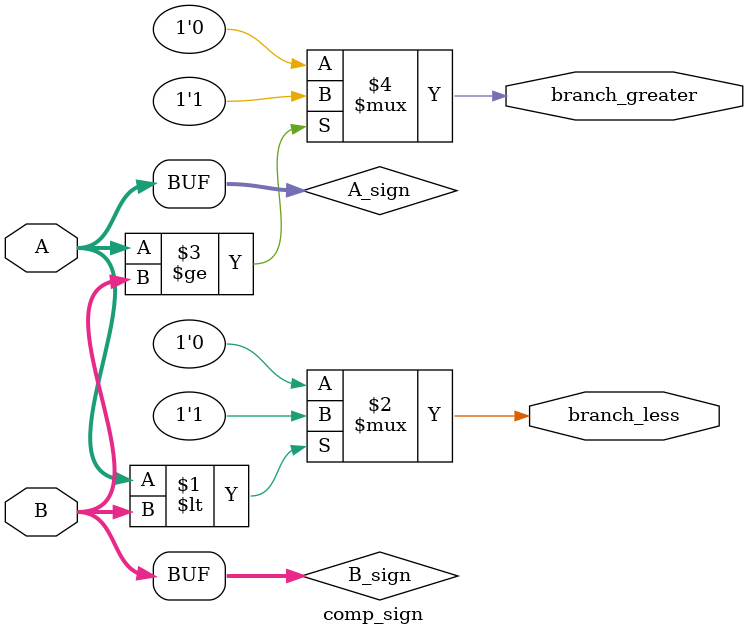
<source format=sv>
module comp_sign (
    input logic [31:0] A,B,
    output logic branch_greater,
    output logic branch_less
);
    logic signed [31:0] A_sign, B_sign;
    
    assign A_sign = $signed(A);
    assign B_sign = $signed(B);
    
    assign branch_less = (A_sign < B_sign) ? 1'b1 : 1'b0; 
    assign branch_greater = (A_sign >= B_sign) ? 1'b1 : 1'b0;
endmodule

</source>
